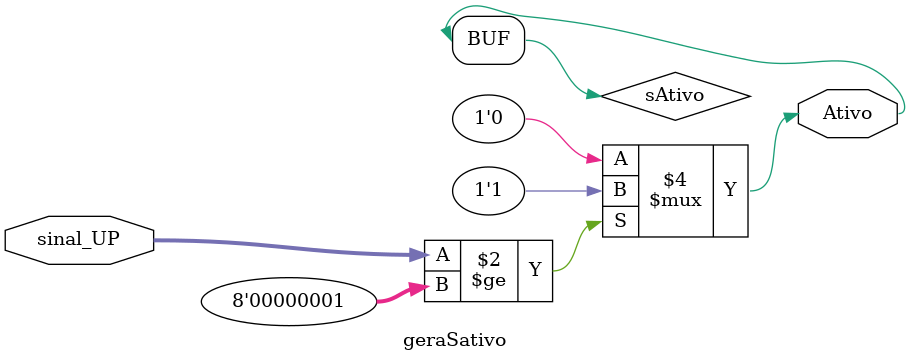
<source format=v>
module geraSativo (sinal_UP, Ativo);

input [7:0] sinal_UP;
output Ativo;

reg sAtivo;

assign Ativo = sAtivo;

always @(sinal_UP)
begin 
     if   (sinal_UP >= 8'b00000001) sAtivo <= 1'b1;
     else sAtivo <= 1'b0;
end

endmodule
</source>
